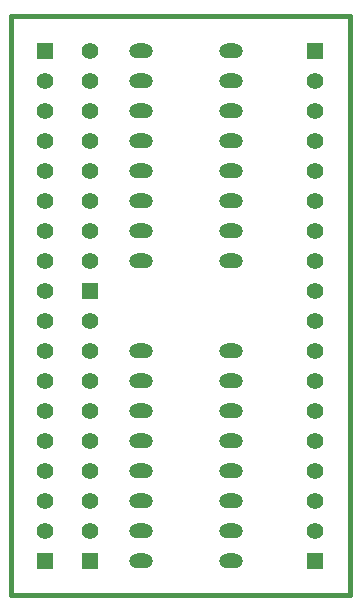
<source format=gbs>
G04 (created by PCBNEW-RS274X (2011-07-08)-stable) date Thu 27 Oct 2011 07:18:31 PM CEST*
G01*
G70*
G90*
%MOIN*%
G04 Gerber Fmt 3.4, Leading zero omitted, Abs format*
%FSLAX34Y34*%
G04 APERTURE LIST*
%ADD10C,0.006000*%
%ADD11C,0.015000*%
%ADD12R,0.055000X0.055000*%
%ADD13C,0.055000*%
%ADD14O,0.080000X0.050000*%
G04 APERTURE END LIST*
G54D10*
G54D11*
X64950Y-33050D02*
X64950Y-13750D01*
X76250Y-33050D02*
X76250Y-13750D01*
X64950Y-33050D02*
X76250Y-33050D01*
X64950Y-13750D02*
X76250Y-13750D01*
G54D12*
X67600Y-22900D03*
G54D13*
X67600Y-21900D03*
X67600Y-20900D03*
X67600Y-19900D03*
X67600Y-18900D03*
X67600Y-17900D03*
X67600Y-16900D03*
X67600Y-15900D03*
X67600Y-14900D03*
G54D12*
X75100Y-14900D03*
G54D13*
X75100Y-15900D03*
X75100Y-16900D03*
X75100Y-17900D03*
X75100Y-18900D03*
X75100Y-19900D03*
X75100Y-20900D03*
X75100Y-21900D03*
X75100Y-22900D03*
G54D12*
X75100Y-31900D03*
G54D13*
X75100Y-30900D03*
X75100Y-29900D03*
X75100Y-28900D03*
X75100Y-27900D03*
X75100Y-26900D03*
X75100Y-25900D03*
X75100Y-24900D03*
X75100Y-23900D03*
G54D12*
X66100Y-31900D03*
G54D13*
X66100Y-30900D03*
X66100Y-29900D03*
X66100Y-28900D03*
X66100Y-27900D03*
X66100Y-26900D03*
X66100Y-25900D03*
X66100Y-24900D03*
X66100Y-23900D03*
G54D12*
X66100Y-14900D03*
G54D13*
X66100Y-15900D03*
X66100Y-16900D03*
X66100Y-17900D03*
X66100Y-18900D03*
X66100Y-19900D03*
X66100Y-20900D03*
X66100Y-21900D03*
X66100Y-22900D03*
G54D14*
X72300Y-31900D03*
X72300Y-30900D03*
X72300Y-29900D03*
X72300Y-28900D03*
X72300Y-27900D03*
X72300Y-26900D03*
X72300Y-25900D03*
X72300Y-24900D03*
X69300Y-24900D03*
X69300Y-25900D03*
X69300Y-26900D03*
X69300Y-27900D03*
X69300Y-28900D03*
X69300Y-29900D03*
X69300Y-30900D03*
X69300Y-31900D03*
X72300Y-21900D03*
X72300Y-20900D03*
X72300Y-19900D03*
X72300Y-18900D03*
X72300Y-17900D03*
X72300Y-16900D03*
X72300Y-15900D03*
X72300Y-14900D03*
X69300Y-14900D03*
X69300Y-15900D03*
X69300Y-16900D03*
X69300Y-17900D03*
X69300Y-18900D03*
X69300Y-19900D03*
X69300Y-20900D03*
X69300Y-21900D03*
G54D12*
X67600Y-31900D03*
G54D13*
X67600Y-30900D03*
X67600Y-29900D03*
X67600Y-28900D03*
X67600Y-27900D03*
X67600Y-26900D03*
X67600Y-25900D03*
X67600Y-24900D03*
X67600Y-23900D03*
M02*

</source>
